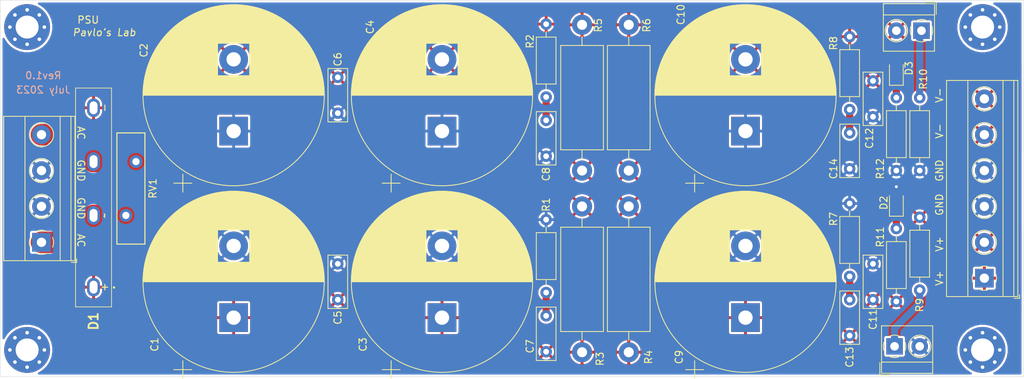
<source format=kicad_pcb>
(kicad_pcb (version 20171130) (host pcbnew "(5.1.6-0)")
  (layers (0 F.Cu signal) (31 B.Cu signal) (34 B.Paste user) (35 F.Paste user) (36 B.SilkS user) (37 F.SilkS user) (38 B.Mask user) (39 F.Mask user) (44 Edge.Cuts user))
  (net 0 "")
  (net 1 GND)
  (net 2 /RV+)
  (net 3 /RV-)
  (net 4 /OV+)
  (net 5 /OV-)
  (net 6 "Net-(D2-Pad1)")
  (net 7 "Net-(D3-Pad1)")
  (net 8 "Net-(C7-Pad2)")
  (net 9 "Net-(C8-Pad2)")
  (net 10 "Net-(C13-Pad2)")
  (net 11 "Net-(C14-Pad2)")
  (net 12 /AC4)
  (net 13 /AC1)
  (net 14 "Net-(J2-Pad1)")
  (net 15 "Net-(J3-Pad1)")
  (module MountingHole:MountingHole_3.2mm_M3_Pad_Via (layer F.Cu) (at 159.25 115)
    (fp_text reference H4)
    (fp_text value MountingHole)
    (pad 1 thru_hole circle (at 1.697056 -1.697056) (size 0.8 0.8) (drill 0.5) (layers *.Cu *.Mask))
    (pad 1 thru_hole circle (at 0 -2.4) (size 0.8 0.8) (drill 0.5) (layers *.Cu *.Mask))
    (pad 1 thru_hole circle (at -1.697056 -1.697056) (size 0.8 0.8) (drill 0.5) (layers *.Cu *.Mask))
    (pad 1 thru_hole circle (at -2.4 0) (size 0.8 0.8) (drill 0.5) (layers *.Cu *.Mask))
    (pad 1 thru_hole circle (at -1.697056 1.697056) (size 0.8 0.8) (drill 0.5) (layers *.Cu *.Mask))
    (pad 1 thru_hole circle (at 0 2.4) (size 0.8 0.8) (drill 0.5) (layers *.Cu *.Mask))
    (pad 1 thru_hole circle (at 1.697056 1.697056) (size 0.8 0.8) (drill 0.5) (layers *.Cu *.Mask))
    (pad 1 thru_hole circle (at 2.4 0) (size 0.8 0.8) (drill 0.5) (layers *.Cu *.Mask))
    (pad 1 thru_hole circle (at 0 0) (size 6.4 6.4) (drill 3.2) (layers *.Cu *.Mask))
  )
  (module MountingHole:MountingHole_3.2mm_M3_Pad_Via (layer F.Cu) (at 159.25 70)
    (fp_text reference H3)
    (fp_text value MountingHole)
    (pad 1 thru_hole circle (at 1.697056 -1.697056) (size 0.8 0.8) (drill 0.5) (layers *.Cu *.Mask))
    (pad 1 thru_hole circle (at 0 -2.4) (size 0.8 0.8) (drill 0.5) (layers *.Cu *.Mask))
    (pad 1 thru_hole circle (at -1.697056 -1.697056) (size 0.8 0.8) (drill 0.5) (layers *.Cu *.Mask))
    (pad 1 thru_hole circle (at -2.4 0) (size 0.8 0.8) (drill 0.5) (layers *.Cu *.Mask))
    (pad 1 thru_hole circle (at -1.697056 1.697056) (size 0.8 0.8) (drill 0.5) (layers *.Cu *.Mask))
    (pad 1 thru_hole circle (at 0 2.4) (size 0.8 0.8) (drill 0.5) (layers *.Cu *.Mask))
    (pad 1 thru_hole circle (at 1.697056 1.697056) (size 0.8 0.8) (drill 0.5) (layers *.Cu *.Mask))
    (pad 1 thru_hole circle (at 2.4 0) (size 0.8 0.8) (drill 0.5) (layers *.Cu *.Mask))
    (pad 1 thru_hole circle (at 0 0) (size 6.4 6.4) (drill 3.2) (layers *.Cu *.Mask))
  )
  (module MountingHole:MountingHole_3.2mm_M3_Pad_Via (layer F.Cu) (at 26.25 70)
    (fp_text reference H2)
    (fp_text value MountingHole)
    (pad 1 thru_hole circle (at 1.697056 -1.697056) (size 0.8 0.8) (drill 0.5) (layers *.Cu *.Mask))
    (pad 1 thru_hole circle (at 0 -2.4) (size 0.8 0.8) (drill 0.5) (layers *.Cu *.Mask))
    (pad 1 thru_hole circle (at -1.697056 -1.697056) (size 0.8 0.8) (drill 0.5) (layers *.Cu *.Mask))
    (pad 1 thru_hole circle (at -2.4 0) (size 0.8 0.8) (drill 0.5) (layers *.Cu *.Mask))
    (pad 1 thru_hole circle (at -1.697056 1.697056) (size 0.8 0.8) (drill 0.5) (layers *.Cu *.Mask))
    (pad 1 thru_hole circle (at 0 2.4) (size 0.8 0.8) (drill 0.5) (layers *.Cu *.Mask))
    (pad 1 thru_hole circle (at 1.697056 1.697056) (size 0.8 0.8) (drill 0.5) (layers *.Cu *.Mask))
    (pad 1 thru_hole circle (at 2.4 0) (size 0.8 0.8) (drill 0.5) (layers *.Cu *.Mask))
    (pad 1 thru_hole circle (at 0 0) (size 6.4 6.4) (drill 3.2) (layers *.Cu *.Mask))
  )
  (module MountingHole:MountingHole_3.2mm_M3_Pad_Via (layer F.Cu) (at 26.25 115)
    (fp_text reference H1)
    (fp_text value MountingHole)
    (pad 1 thru_hole circle (at 1.697056 -1.697056) (size 0.8 0.8) (drill 0.5) (layers *.Cu *.Mask))
    (pad 1 thru_hole circle (at 0 -2.4) (size 0.8 0.8) (drill 0.5) (layers *.Cu *.Mask))
    (pad 1 thru_hole circle (at -1.697056 -1.697056) (size 0.8 0.8) (drill 0.5) (layers *.Cu *.Mask))
    (pad 1 thru_hole circle (at -2.4 0) (size 0.8 0.8) (drill 0.5) (layers *.Cu *.Mask))
    (pad 1 thru_hole circle (at -1.697056 1.697056) (size 0.8 0.8) (drill 0.5) (layers *.Cu *.Mask))
    (pad 1 thru_hole circle (at 0 2.4) (size 0.8 0.8) (drill 0.5) (layers *.Cu *.Mask))
    (pad 1 thru_hole circle (at 1.697056 1.697056) (size 0.8 0.8) (drill 0.5) (layers *.Cu *.Mask))
    (pad 1 thru_hole circle (at 2.4 0) (size 0.8 0.8) (drill 0.5) (layers *.Cu *.Mask))
    (pad 1 thru_hole circle (at 0 0) (size 6.4 6.4) (drill 3.2) (layers *.Cu *.Mask))
  )
  (module TerminalBlock_MetzConnect:TerminalBlock_MetzConnect_Type059_RT06302HBWC_1x02_P3.50mm_Horizontal (layer F.Cu) (at 150.75 70.5 180)
    (fp_text reference J3)
    (fp_text value LED)
    (pad 2 thru_hole circle (at 3.5 0 180) (size 2.3 2.3) (drill 1.2) (layers *.Cu *.Mask) (net 5 /OV-))
    (pad 1 thru_hole rect (at 0 0 180) (size 2.3 2.3) (drill 1.2) (layers *.Cu *.Mask) (net 15 "Net-(J3-Pad1)"))
  )
  (module TerminalBlock_MetzConnect:TerminalBlock_MetzConnect_Type059_RT06302HBWC_1x02_P3.50mm_Horizontal (layer F.Cu) (at 147 114.5)
    (fp_text reference J2)
    (fp_text value LED)
    (pad 2 thru_hole circle (at 3.5 0) (size 2.3 2.3) (drill 1.2) (layers *.Cu *.Mask) (net 1 GND))
    (pad 1 thru_hole rect (at 0 0) (size 2.3 2.3) (drill 1.2) (layers *.Cu *.Mask) (net 14 "Net-(J2-Pad1)"))
  )
  (module Varistor:RV_Disc_D15.5mm_W3.9mm_P7.5mm (layer F.Cu) (at 40 96.25 90)
    (fp_text reference RV1 (at 3.75 3.75 90) (layer F.SilkS))
    (fp_text value MOV-14D101KTR)
    (pad 2 thru_hole circle (at 7.5 1.4 90) (size 1.8 1.8) (drill 1) (layers *.Cu *.Mask) (net 12 /AC4))
    (pad 1 thru_hole circle (at 0 0 90) (size 1.8 1.8) (drill 1) (layers *.Cu *.Mask) (net 13 /AC1))
  )
  (module Resistor_THT:R_Axial_DIN0207_L6.3mm_D2.5mm_P10.16mm_Horizontal (layer F.Cu) (at 140.75 81.5 90)
    (fp_text reference R8 (at 9.25 -2.25 90) (layer F.SilkS))
    (fp_text value 10R)
    (pad 2 thru_hole oval (at 10.16 0 90) (size 1.6 1.6) (drill 0.8) (layers *.Cu *.Mask) (net 5 /OV-))
    (pad 1 thru_hole circle (at 0 0 90) (size 1.6 1.6) (drill 0.8) (layers *.Cu *.Mask) (net 11 "Net-(C14-Pad2)"))
  )
  (module Resistor_THT:R_Axial_DIN0207_L6.3mm_D2.5mm_P10.16mm_Horizontal (layer F.Cu) (at 140.75 104.75 90)
    (fp_text reference R7 (at 8 -2.25 90) (layer F.SilkS))
    (fp_text value 10R)
    (pad 2 thru_hole oval (at 10.16 0 90) (size 1.6 1.6) (drill 0.8) (layers *.Cu *.Mask) (net 1 GND))
    (pad 1 thru_hole circle (at 0 0 90) (size 1.6 1.6) (drill 0.8) (layers *.Cu *.Mask) (net 10 "Net-(C13-Pad2)"))
  )
  (module TerminalBlock_Phoenix:TerminalBlock_Phoenix_MKDS-1,5-6_1x06_P5.00mm_Horizontal (layer F.Cu) (at 159.5 105 90)
    (fp_text reference J4)
    (fp_text value DC)
    (pad 6 thru_hole circle (at 25 0 90) (size 2.6 2.6) (drill 1.3) (layers *.Cu *.Mask) (net 5 /OV-))
    (pad 5 thru_hole circle (at 20 0 90) (size 2.6 2.6) (drill 1.3) (layers *.Cu *.Mask) (net 5 /OV-))
    (pad 4 thru_hole circle (at 15 0 90) (size 2.6 2.6) (drill 1.3) (layers *.Cu *.Mask) (net 1 GND))
    (pad 3 thru_hole circle (at 10 0 90) (size 2.6 2.6) (drill 1.3) (layers *.Cu *.Mask) (net 1 GND))
    (pad 2 thru_hole circle (at 5 0 90) (size 2.6 2.6) (drill 1.3) (layers *.Cu *.Mask) (net 4 /OV+))
    (pad 1 thru_hole rect (at 0 0 90) (size 2.6 2.6) (drill 1.3) (layers *.Cu *.Mask) (net 4 /OV+))
  )
  (module TerminalBlock_Phoenix:TerminalBlock_Phoenix_MKDS-1,5-4_1x04_P5.00mm_Horizontal (layer F.Cu) (at 28.25 100 90)
    (fp_text reference J1)
    (fp_text value AC)
    (pad 4 thru_hole circle (at 15 0 90) (size 2.6 2.6) (drill 1.3) (layers *.Cu *.Mask) (net 12 /AC4))
    (pad 3 thru_hole circle (at 10 0 90) (size 2.6 2.6) (drill 1.3) (layers *.Cu *.Mask) (net 1 GND))
    (pad 2 thru_hole circle (at 5 0 90) (size 2.6 2.6) (drill 1.3) (layers *.Cu *.Mask) (net 1 GND))
    (pad 1 thru_hole rect (at 0 0 90) (size 2.6 2.6) (drill 1.3) (layers *.Cu *.Mask) (net 13 /AC1))
  )
  (module Capacitor_THT:C_Rect_L7.2mm_W2.5mm_P5.00mm_FKS2_FKP2_MKS2_MKP2 (layer F.Cu) (at 140.75 89.75 90)
    (fp_text reference C14 (at 0 -2.25 90) (layer F.SilkS))
    (fp_text value 100n)
    (pad 2 thru_hole circle (at 5 0 90) (size 1.6 1.6) (drill 0.8) (layers *.Cu *.Mask) (net 11 "Net-(C14-Pad2)"))
    (pad 1 thru_hole circle (at 0 0 90) (size 1.6 1.6) (drill 0.8) (layers *.Cu *.Mask) (net 1 GND))
  )
  (module Capacitor_THT:C_Rect_L7.2mm_W2.5mm_P5.00mm_FKS2_FKP2_MKS2_MKP2 (layer F.Cu) (at 140.75 113 90)
    (fp_text reference C13 (at -3 0 90) (layer F.SilkS))
    (fp_text value 100n)
    (pad 2 thru_hole circle (at 5 0 90) (size 1.6 1.6) (drill 0.8) (layers *.Cu *.Mask) (net 10 "Net-(C13-Pad2)"))
    (pad 1 thru_hole circle (at 0 0 90) (size 1.6 1.6) (drill 0.8) (layers *.Cu *.Mask) (net 4 /OV+))
  )
  (module Capacitor_THT:C_Rect_L7.2mm_W2.5mm_P5.00mm_FKS2_FKP2_MKS2_MKP2 (layer F.Cu) (at 144 82.5 90)
    (fp_text reference C12 (at -3 -0.5 90) (layer F.SilkS))
    (fp_text value 100n)
    (pad 2 thru_hole circle (at 5 0 90) (size 1.6 1.6) (drill 0.8) (layers *.Cu *.Mask) (net 5 /OV-))
    (pad 1 thru_hole circle (at 0 0 90) (size 1.6 1.6) (drill 0.8) (layers *.Cu *.Mask) (net 1 GND))
  )
  (module Capacitor_THT:C_Rect_L7.2mm_W2.5mm_P5.00mm_FKS2_FKP2_MKS2_MKP2 (layer F.Cu) (at 144 108 90)
    (fp_text reference C11 (at -2.75 0 90) (layer F.SilkS))
    (fp_text value 100n)
    (pad 2 thru_hole circle (at 5 0 90) (size 1.6 1.6) (drill 0.8) (layers *.Cu *.Mask) (net 1 GND))
    (pad 1 thru_hole circle (at 0 0 90) (size 1.6 1.6) (drill 0.8) (layers *.Cu *.Mask) (net 4 /OV+))
  )
  (module Resistor_THT:R_Axial_DIN0207_L6.3mm_D2.5mm_P10.16mm_Horizontal (layer F.Cu) (at 147.25 90 90)
    (fp_text reference R12 (at 0.25 -2.25 90) (layer F.SilkS))
    (fp_text value 10K)
    (pad 2 thru_hole oval (at 10.16 0 90) (size 1.6 1.6) (drill 0.8) (layers *.Cu *.Mask) (net 7 "Net-(D3-Pad1)"))
    (pad 1 thru_hole circle (at 0 0 90) (size 1.6 1.6) (drill 0.8) (layers *.Cu *.Mask) (net 1 GND))
  )
  (module Resistor_THT:R_Axial_DIN0207_L6.3mm_D2.5mm_P10.16mm_Horizontal (layer F.Cu) (at 147.25 108.25 90)
    (fp_text reference R11 (at 9 -2.25 90) (layer F.SilkS))
    (fp_text value 10K)
    (pad 2 thru_hole oval (at 10.16 0 90) (size 1.6 1.6) (drill 0.8) (layers *.Cu *.Mask) (net 6 "Net-(D2-Pad1)"))
    (pad 1 thru_hole circle (at 0 0 90) (size 1.6 1.6) (drill 0.8) (layers *.Cu *.Mask) (net 4 /OV+))
  )
  (module Resistor_THT:R_Axial_DIN0207_L6.3mm_D2.5mm_P10.16mm_Horizontal (layer F.Cu) (at 150.5 90 90)
    (fp_text reference R10 (at 12.75 0.5 90) (layer F.SilkS))
    (fp_text value 10K)
    (pad 2 thru_hole oval (at 10.16 0 90) (size 1.6 1.6) (drill 0.8) (layers *.Cu *.Mask) (net 15 "Net-(J3-Pad1)"))
    (pad 1 thru_hole circle (at 0 0 90) (size 1.6 1.6) (drill 0.8) (layers *.Cu *.Mask) (net 1 GND))
  )
  (module Resistor_THT:R_Axial_DIN0207_L6.3mm_D2.5mm_P10.16mm_Horizontal (layer F.Cu) (at 150.5 96.5 270)
    (fp_text reference R9 (at 12.25 0 90) (layer F.SilkS))
    (fp_text value 10K)
    (pad 2 thru_hole oval (at 10.16 0 270) (size 1.6 1.6) (drill 0.8) (layers *.Cu *.Mask) (net 14 "Net-(J2-Pad1)"))
    (pad 1 thru_hole circle (at 0 0 270) (size 1.6 1.6) (drill 0.8) (layers *.Cu *.Mask) (net 4 /OV+))
  )
  (module Resistor_THT:R_Axial_DIN0614_L14.3mm_D5.7mm_P20.32mm_Horizontal (layer F.Cu) (at 110 90 90)
    (fp_text reference R6 (at 20.25 2.5 90) (layer F.SilkS))
    (fp_text value "0.47R 3W")
    (pad 2 thru_hole oval (at 20.32 0 90) (size 2.8 2.8) (drill 1.4) (layers *.Cu *.Mask) (net 3 /RV-))
    (pad 1 thru_hole circle (at 0 0 90) (size 2.8 2.8) (drill 1.4) (layers *.Cu *.Mask) (net 5 /OV-))
  )
  (module Resistor_THT:R_Axial_DIN0614_L14.3mm_D5.7mm_P20.32mm_Horizontal (layer F.Cu) (at 103.5 90 90)
    (fp_text reference R5 (at 20.25 2.25 90) (layer F.SilkS))
    (fp_text value "0.47R 3W")
    (pad 2 thru_hole oval (at 20.32 0 90) (size 2.8 2.8) (drill 1.4) (layers *.Cu *.Mask) (net 3 /RV-))
    (pad 1 thru_hole circle (at 0 0 90) (size 2.8 2.8) (drill 1.4) (layers *.Cu *.Mask) (net 5 /OV-))
  )
  (module Resistor_THT:R_Axial_DIN0614_L14.3mm_D5.7mm_P20.32mm_Horizontal (layer F.Cu) (at 110 95 270)
    (fp_text reference R4 (at 21 -2.75 90) (layer F.SilkS))
    (fp_text value "0.47R 3W")
    (pad 2 thru_hole oval (at 20.32 0 270) (size 2.8 2.8) (drill 1.4) (layers *.Cu *.Mask) (net 2 /RV+))
    (pad 1 thru_hole circle (at 0 0 270) (size 2.8 2.8) (drill 1.4) (layers *.Cu *.Mask) (net 4 /OV+))
  )
  (module Resistor_THT:R_Axial_DIN0614_L14.3mm_D5.7mm_P20.32mm_Horizontal (layer F.Cu) (at 103.5 95 270)
    (fp_text reference R3 (at 21.25 -2.5 90) (layer F.SilkS))
    (fp_text value "0.47R 3W")
    (pad 2 thru_hole oval (at 20.32 0 270) (size 2.8 2.8) (drill 1.4) (layers *.Cu *.Mask) (net 2 /RV+))
    (pad 1 thru_hole circle (at 0 0 270) (size 2.8 2.8) (drill 1.4) (layers *.Cu *.Mask) (net 4 /OV+))
  )
  (module Resistor_THT:R_Axial_DIN0207_L6.3mm_D2.5mm_P10.16mm_Horizontal (layer F.Cu) (at 98.5 79.75 90)
    (fp_text reference R2 (at 7.75 -2.25 90) (layer F.SilkS))
    (fp_text value 10R)
    (pad 2 thru_hole oval (at 10.16 0 90) (size 1.6 1.6) (drill 0.8) (layers *.Cu *.Mask) (net 3 /RV-))
    (pad 1 thru_hole circle (at 0 0 90) (size 1.6 1.6) (drill 0.8) (layers *.Cu *.Mask) (net 9 "Net-(C8-Pad2)"))
  )
  (module Resistor_THT:R_Axial_DIN0207_L6.3mm_D2.5mm_P10.16mm_Horizontal (layer F.Cu) (at 98.5 107 90)
    (fp_text reference R1 (at 12.25 0 90) (layer F.SilkS))
    (fp_text value 10R)
    (pad 2 thru_hole oval (at 10.16 0 90) (size 1.6 1.6) (drill 0.8) (layers *.Cu *.Mask) (net 1 GND))
    (pad 1 thru_hole circle (at 0 0 90) (size 1.6 1.6) (drill 0.8) (layers *.Cu *.Mask) (net 8 "Net-(C7-Pad2)"))
  )
  (module Diode_SMD:D_0805_2012Metric_Pad1.15x1.40mm_HandSolder (layer F.Cu) (at 147.25 76.25 90)
    (fp_text reference D3 (at 0.5 1.75 90) (layer F.SilkS))
    (fp_text value LED)
    (pad 2 smd roundrect (at 1.025 0 90) (size 1.15 1.4) (layers F.Cu F.Paste F.Mask) (roundrect_rratio 0.217391) (net 5 /OV-))
    (pad 1 smd roundrect (at -1.025 0 90) (size 1.15 1.4) (layers F.Cu F.Paste F.Mask) (roundrect_rratio 0.217391) (net 7 "Net-(D3-Pad1)"))
  )
  (module Diode_SMD:D_0805_2012Metric_Pad1.15x1.40mm_HandSolder (layer F.Cu) (at 147.25 94.5 90)
    (fp_text reference D2 (at 0 -1.75 90) (layer F.SilkS))
    (fp_text value LED)
    (pad 2 smd roundrect (at 1.025 0 90) (size 1.15 1.4) (layers F.Cu F.Paste F.Mask) (roundrect_rratio 0.217391) (net 1 GND))
    (pad 1 smd roundrect (at -1.025 0 90) (size 1.15 1.4) (layers F.Cu F.Paste F.Mask) (roundrect_rratio 0.217391) (net 6 "Net-(D2-Pad1)"))
  )
  (module local_footprints_lib:PB3510E345 (layer F.Cu) (at 35.5 92.5 90)
    (fp_text reference D1 (at -18.5 0 90) (layer F.SilkS) (effects (font (size 1.27 1.27) (thickness 0.254))))
    (fp_text value PB3510 hide)
    (fp_text user ~ (at -3.75 1.5 90) (layer F.SilkS))
    (fp_text user - (at 11.25 1.5 90) (layer F.SilkS))
    (fp_text user + (at -13.75 1.5 90) (layer F.SilkS))
    (pad 4 thru_hole oval (at 11.25 0 90) (size 2.6 1.8) (drill oval 1.8 1.1) (layers *.Cu *.Mask) (net 3 /RV-))
    (pad 3 thru_hole oval (at 3.75 0 90) (size 2.6 1.8) (drill oval 1.8 1.1) (layers *.Cu *.Mask) (net 12 /AC4))
    (pad 2 thru_hole oval (at -3.75 0 90) (size 2.6 1.8) (drill oval 1.8 1.1) (layers *.Cu *.Mask) (net 13 /AC1))
    (pad 1 thru_hole oval (at -13.75 0 90) (size 2.6 1.8) (drill oval 1.8 1.1) (layers *.Cu *.Mask) (net 2 /RV+))
  )
  (module Capacitor_THT:CP_Radial_D25.0mm_P10.00mm_SnapIn (layer F.Cu) (at 126.25 84.5 90)
    (fp_text reference C10 (at 16.25 -9 90) (layer F.SilkS))
    (fp_text value 6,800u)
    (pad 2 thru_hole circle (at 10 0 90) (size 4 4) (drill 2) (layers *.Cu *.Mask) (net 5 /OV-))
    (pad 1 thru_hole rect (at 0 0 90) (size 4 4) (drill 2) (layers *.Cu *.Mask) (net 1 GND))
  )
  (module Capacitor_THT:CP_Radial_D25.0mm_P10.00mm_SnapIn (layer F.Cu) (at 126.25 110.5 90)
    (fp_text reference C9 (at -5.5 -9.25 90) (layer F.SilkS))
    (fp_text value 6,800u)
    (pad 2 thru_hole circle (at 10 0 90) (size 4 4) (drill 2) (layers *.Cu *.Mask) (net 1 GND))
    (pad 1 thru_hole rect (at 0 0 90) (size 4 4) (drill 2) (layers *.Cu *.Mask) (net 4 /OV+))
  )
  (module Capacitor_THT:C_Rect_L7.2mm_W2.5mm_P5.00mm_FKS2_FKP2_MKS2_MKP2 (layer F.Cu) (at 98.5 88 90)
    (fp_text reference C8 (at -2.5 0 90) (layer F.SilkS))
    (fp_text value 100n)
    (pad 2 thru_hole circle (at 5 0 90) (size 1.6 1.6) (drill 0.8) (layers *.Cu *.Mask) (net 9 "Net-(C8-Pad2)"))
    (pad 1 thru_hole circle (at 0 0 90) (size 1.6 1.6) (drill 0.8) (layers *.Cu *.Mask) (net 1 GND))
  )
  (module Capacitor_THT:C_Rect_L7.2mm_W2.5mm_P5.00mm_FKS2_FKP2_MKS2_MKP2 (layer F.Cu) (at 98.5 115.25 90)
    (fp_text reference C7 (at 0.75 -2.25 90) (layer F.SilkS))
    (fp_text value 100n)
    (pad 2 thru_hole circle (at 5 0 90) (size 1.6 1.6) (drill 0.8) (layers *.Cu *.Mask) (net 8 "Net-(C7-Pad2)"))
    (pad 1 thru_hole circle (at 0 0 90) (size 1.6 1.6) (drill 0.8) (layers *.Cu *.Mask) (net 2 /RV+))
  )
  (module Capacitor_THT:C_Rect_L7.2mm_W2.5mm_P5.00mm_FKS2_FKP2_MKS2_MKP2 (layer F.Cu) (at 69.5 82 90)
    (fp_text reference C6 (at 7.5 0 90) (layer F.SilkS))
    (fp_text value 100n)
    (pad 2 thru_hole circle (at 5 0 90) (size 1.6 1.6) (drill 0.8) (layers *.Cu *.Mask) (net 3 /RV-))
    (pad 1 thru_hole circle (at 0 0 90) (size 1.6 1.6) (drill 0.8) (layers *.Cu *.Mask) (net 1 GND))
  )
  (module Capacitor_THT:C_Rect_L7.2mm_W2.5mm_P5.00mm_FKS2_FKP2_MKS2_MKP2 (layer F.Cu) (at 69.5 108 90)
    (fp_text reference C5 (at -2.5 0 90) (layer F.SilkS))
    (fp_text value 100n)
    (pad 2 thru_hole circle (at 5 0 90) (size 1.6 1.6) (drill 0.8) (layers *.Cu *.Mask) (net 1 GND))
    (pad 1 thru_hole circle (at 0 0 90) (size 1.6 1.6) (drill 0.8) (layers *.Cu *.Mask) (net 2 /RV+))
  )
  (module Capacitor_THT:CP_Radial_D25.0mm_P10.00mm_SnapIn (layer F.Cu) (at 84 84.5 90)
    (fp_text reference C4 (at 14.5 -10 90) (layer F.SilkS))
    (fp_text value 6,800u)
    (pad 2 thru_hole circle (at 10 0 90) (size 4 4) (drill 2) (layers *.Cu *.Mask) (net 3 /RV-))
    (pad 1 thru_hole rect (at 0 0 90) (size 4 4) (drill 2) (layers *.Cu *.Mask) (net 1 GND))
  )
  (module Capacitor_THT:CP_Radial_D25.0mm_P10.00mm_SnapIn (layer F.Cu) (at 84 110.5 90)
    (fp_text reference C3 (at -3.75 -11 90) (layer F.SilkS))
    (fp_text value 6,800u)
    (pad 2 thru_hole circle (at 10 0 90) (size 4 4) (drill 2) (layers *.Cu *.Mask) (net 1 GND))
    (pad 1 thru_hole rect (at 0 0 90) (size 4 4) (drill 2) (layers *.Cu *.Mask) (net 2 /RV+))
  )
  (module Capacitor_THT:CP_Radial_D25.0mm_P10.00mm_SnapIn (layer F.Cu) (at 55 84.5 90)
    (fp_text reference C2 (at 11.25 -12.5 90) (layer F.SilkS))
    (fp_text value 6,800u)
    (pad 2 thru_hole circle (at 10 0 90) (size 4 4) (drill 2) (layers *.Cu *.Mask) (net 3 /RV-))
    (pad 1 thru_hole rect (at 0 0 90) (size 4 4) (drill 2) (layers *.Cu *.Mask) (net 1 GND))
  )
  (module Capacitor_THT:CP_Radial_D25.0mm_P10.00mm_SnapIn (layer F.Cu) (at 55 110.5 90)
    (fp_text reference C1 (at -3.75 -11 90) (layer F.SilkS))
    (fp_text value 6,800u)
    (pad 2 thru_hole circle (at 10 0 90) (size 4 4) (drill 2) (layers *.Cu *.Mask) (net 1 GND))
    (pad 1 thru_hole rect (at 0 0 90) (size 4 4) (drill 2) (layers *.Cu *.Mask) (net 2 /RV+))
  )
  (gr_text "July 2023" (at 28.5 78.75) (layer B.SilkS) (effects (font (size 1 1)) (justify mirror)))
  (gr_text Rev1.0 (at 28.5 76.75) (layer B.SilkS) (effects (font (size 1 1)) (justify mirror)))
  (gr_text PSU (at 34.75 69) (layer F.SilkS) (effects (font (size 1 1))))
  (gr_text "Pavlo’s Lab" (at 37 70.75) (layer F.SilkS) (effects (font (size 1 1) (thickness 0.15) italic)))
  (gr_text V- (at 153.25 79.5 90) (layer F.SilkS) (effects (font (size 1 1))))
  (gr_text V- (at 153.25 84.5 90) (layer F.SilkS) (effects (font (size 1 1))))
  (gr_text V+ (at 153.25 105 90) (layer F.SilkS) (effects (font (size 1 1))))
  (gr_text V+ (at 153.25 100.25 90) (layer F.SilkS) (effects (font (size 1 1))))
  (gr_text GND (at 153.25 90 90) (layer F.SilkS) (effects (font (size 1 1))))
  (gr_text GND (at 153.25 94.75 90) (layer F.SilkS) (effects (font (size 1 1))))
  (gr_text GND (at 33.75 95.25 270) (layer F.SilkS) (effects (font (size 1 1))))
  (gr_text GND (at 33.75 90 270) (layer F.SilkS) (effects (font (size 1 1))))
  (gr_text AC (at 33.75 99.75 270) (layer F.SilkS) (effects (font (size 1 1))))
  (gr_text AC (at 33.75 84.75 270) (layer F.SilkS) (effects (font (size 1 1))))
  (gr_line (start 22.5 118.75) (end 22.5 66.25) (layer Edge.Cuts) (width 0.05))
  (gr_line (start 165 118.75) (end 22.5 118.75) (layer Edge.Cuts) (width 0.05))
  (gr_line (start 165 66.25) (end 165 118.75) (layer Edge.Cuts) (width 0.05))
  (gr_line (start 22.5 66.25) (end 165 66.25) (layer Edge.Cuts) (width 0.05))
  (via (at 147.25 92.25) (size 0.8) (drill 0.4) (layers F.Cu B.Cu) (net 1))
  (segment (start 147.25 92.25) (end 147.25 93.475) (width 1) (layer F.Cu) (net 1))
  (segment (start 147.25 95.525) (end 147.25 98.09) (width 1) (layer F.Cu) (net 6))
  (segment (start 147.25 77.275) (end 147.25 79.84) (width 1) (layer F.Cu) (net 7))
  (segment (start 98.5 107) (end 98.5 110.25) (width 1) (layer F.Cu) (net 8))
  (segment (start 98.5 79.75) (end 98.5 83) (width 1) (layer F.Cu) (net 9))
  (segment (start 140.75 104.75) (end 140.75 108) (width 1) (layer F.Cu) (net 10))
  (segment (start 140.75 81.5) (end 140.75 84.75) (width 1) (layer F.Cu) (net 11))
  (segment (start 41.4 88.75) (end 35.5 88.75) (width 3) (layer F.Cu) (net 12))
  (segment (start 31.75 85) (end 35.5 88.75) (width 3) (layer F.Cu) (net 12))
  (segment (start 28.25 85) (end 31.75 85) (width 3) (layer F.Cu) (net 12))
  (segment (start 40 96.25) (end 35.5 96.25) (width 3) (layer F.Cu) (net 13))
  (segment (start 31.75 100) (end 35.5 96.25) (width 3) (layer F.Cu) (net 13))
  (segment (start 28.25 100) (end 31.75 100) (width 3) (layer F.Cu) (net 13))
  (segment (start 150.5 106.66) (end 150.5 108.5) (width 1) (layer B.Cu) (net 14))
  (segment (start 147 112) (end 147 114.5) (width 1) (layer B.Cu) (net 14))
  (segment (start 150.5 108.5) (end 147 112) (width 1) (layer B.Cu) (net 14))
  (segment (start 150.5 70.75) (end 150.75 70.5) (width 1) (layer B.Cu) (net 15))
  (segment (start 150.5 79.84) (end 150.5 70.75) (width 1) (layer B.Cu) (net 15))
  (zone (net 1) (net_name GND) (layer B.Cu) (connect_pads (clearance 0.3)) (min_thickness 0.3) (fill yes (arc_segments 32) (thermal_gap 0.3) (thermal_bridge_width 0.4))
    (polygon (pts (xy 165 118.75) (xy 22.5 118.75) (xy 22.5 66.25) (xy 165 66.25)))
  )
  (zone (net 3) (net_name /RV-) (layer F.Cu) (connect_pads (clearance 0.3)) (min_thickness 0.3) (fill yes (arc_segments 32) (thermal_gap 0.3) (thermal_bridge_width 0.4))
    (polygon (pts (xy 115 75) (xy 112.5 77.5) (xy 98.5 77.5) (xy 93.75 82.25) (xy 52.75 82.25) (xy 51 84) (xy 34 84) (xy 33 83) (xy 33 75) (xy 41.75 66.25) (xy 115 66.25)))
  )
  (zone (net 5) (net_name /OV-) (layer F.Cu) (connect_pads (clearance 0.3)) (min_thickness 0.3) (fill yes (arc_segments 32) (thermal_gap 0.3) (thermal_bridge_width 0.4))
    (polygon (pts (xy 155 75) (xy 165 75) (xy 165 87.5) (xy 150 87.5) (xy 145 82.5) (xy 127 82.5) (xy 117.5 92) (xy 101 92) (xy 100 91) (xy 100 85) (xy 105 80) (xy 112.5 80) (xy 117.5 75) (xy 117.5 66.25) (xy 155 66.25)))
  )
  (zone (net 2) (net_name /RV+) (layer F.Cu) (connect_pads (clearance 0.3)) (min_thickness 0.3) (fill yes (arc_segments 32) (thermal_gap 0.3) (thermal_bridge_width 0.4))
    (polygon (pts (xy 115 112.75) (xy 115 118.75) (xy 32.5 118.75) (xy 32.5 104) (xy 33.25 103.25) (xy 105.5 103.25)))
  )
  (zone (net 4) (net_name /OV+) (layer F.Cu) (connect_pads (clearance 0.3)) (min_thickness 0.3) (fill yes (arc_segments 32) (thermal_gap 0.3) (thermal_bridge_width 0.4))
    (polygon (pts (xy 120 95) (xy 132.25 95) (xy 152.5 95) (xy 155 97.5) (xy 165 97.5) (xy 165 110) (xy 155 110) (xy 155 118.75) (xy 115.75 118.75) (xy 115.75 112.5) (xy 105.5 102.25) (xy 101.5 102.25) (xy 100 100.75) (xy 100 93.75) (xy 101 92.75) (xy 117.75 92.75)))
  )
)
</source>
